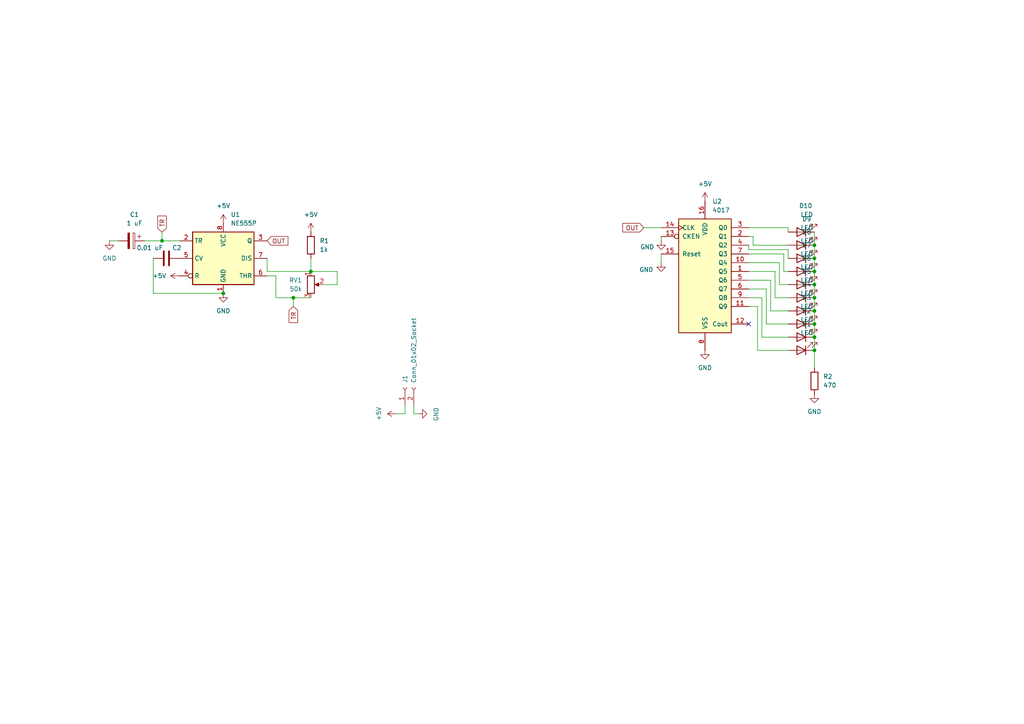
<source format=kicad_sch>
(kicad_sch
	(version 20250114)
	(generator "eeschema")
	(generator_version "9.0")
	(uuid "45218986-3c8d-4067-9e7d-38b628c51229")
	(paper "A4")
	(lib_symbols
		(symbol "4xxx:4017"
			(pin_names
				(offset 1.016)
			)
			(exclude_from_sim no)
			(in_bom yes)
			(on_board yes)
			(property "Reference" "U"
				(at -7.62 16.51 0)
				(effects
					(font
						(size 1.27 1.27)
					)
				)
			)
			(property "Value" "4017"
				(at -7.62 -19.05 0)
				(effects
					(font
						(size 1.27 1.27)
					)
				)
			)
			(property "Footprint" ""
				(at 0 0 0)
				(effects
					(font
						(size 1.27 1.27)
					)
					(hide yes)
				)
			)
			(property "Datasheet" "http://www.intersil.com/content/dam/Intersil/documents/cd40/cd4017bms-22bms.pdf"
				(at 0 0 0)
				(effects
					(font
						(size 1.27 1.27)
					)
					(hide yes)
				)
			)
			(property "Description" "Johnson Counter ( 10 outputs )"
				(at 0 0 0)
				(effects
					(font
						(size 1.27 1.27)
					)
					(hide yes)
				)
			)
			(property "ki_locked" ""
				(at 0 0 0)
				(effects
					(font
						(size 1.27 1.27)
					)
				)
			)
			(property "ki_keywords" "CNT CNT10"
				(at 0 0 0)
				(effects
					(font
						(size 1.27 1.27)
					)
					(hide yes)
				)
			)
			(property "ki_fp_filters" "DIP?16*"
				(at 0 0 0)
				(effects
					(font
						(size 1.27 1.27)
					)
					(hide yes)
				)
			)
			(symbol "4017_1_0"
				(pin input clock
					(at -12.7 12.7 0)
					(length 5.08)
					(name "CLK"
						(effects
							(font
								(size 1.27 1.27)
							)
						)
					)
					(number "14"
						(effects
							(font
								(size 1.27 1.27)
							)
						)
					)
				)
				(pin input inverted
					(at -12.7 10.16 0)
					(length 5.08)
					(name "CKEN"
						(effects
							(font
								(size 1.27 1.27)
							)
						)
					)
					(number "13"
						(effects
							(font
								(size 1.27 1.27)
							)
						)
					)
				)
				(pin input line
					(at -12.7 5.08 0)
					(length 5.08)
					(name "Reset"
						(effects
							(font
								(size 1.27 1.27)
							)
						)
					)
					(number "15"
						(effects
							(font
								(size 1.27 1.27)
							)
						)
					)
				)
				(pin power_in line
					(at 0 20.32 270)
					(length 5.08)
					(name "VDD"
						(effects
							(font
								(size 1.27 1.27)
							)
						)
					)
					(number "16"
						(effects
							(font
								(size 1.27 1.27)
							)
						)
					)
				)
				(pin power_in line
					(at 0 -22.86 90)
					(length 5.08)
					(name "VSS"
						(effects
							(font
								(size 1.27 1.27)
							)
						)
					)
					(number "8"
						(effects
							(font
								(size 1.27 1.27)
							)
						)
					)
				)
				(pin output line
					(at 12.7 12.7 180)
					(length 5.08)
					(name "Q0"
						(effects
							(font
								(size 1.27 1.27)
							)
						)
					)
					(number "3"
						(effects
							(font
								(size 1.27 1.27)
							)
						)
					)
				)
				(pin output line
					(at 12.7 10.16 180)
					(length 5.08)
					(name "Q1"
						(effects
							(font
								(size 1.27 1.27)
							)
						)
					)
					(number "2"
						(effects
							(font
								(size 1.27 1.27)
							)
						)
					)
				)
				(pin output line
					(at 12.7 7.62 180)
					(length 5.08)
					(name "Q2"
						(effects
							(font
								(size 1.27 1.27)
							)
						)
					)
					(number "4"
						(effects
							(font
								(size 1.27 1.27)
							)
						)
					)
				)
				(pin output line
					(at 12.7 5.08 180)
					(length 5.08)
					(name "Q3"
						(effects
							(font
								(size 1.27 1.27)
							)
						)
					)
					(number "7"
						(effects
							(font
								(size 1.27 1.27)
							)
						)
					)
				)
				(pin output line
					(at 12.7 2.54 180)
					(length 5.08)
					(name "Q4"
						(effects
							(font
								(size 1.27 1.27)
							)
						)
					)
					(number "10"
						(effects
							(font
								(size 1.27 1.27)
							)
						)
					)
				)
				(pin output line
					(at 12.7 0 180)
					(length 5.08)
					(name "Q5"
						(effects
							(font
								(size 1.27 1.27)
							)
						)
					)
					(number "1"
						(effects
							(font
								(size 1.27 1.27)
							)
						)
					)
				)
				(pin output line
					(at 12.7 -2.54 180)
					(length 5.08)
					(name "Q6"
						(effects
							(font
								(size 1.27 1.27)
							)
						)
					)
					(number "5"
						(effects
							(font
								(size 1.27 1.27)
							)
						)
					)
				)
				(pin output line
					(at 12.7 -5.08 180)
					(length 5.08)
					(name "Q7"
						(effects
							(font
								(size 1.27 1.27)
							)
						)
					)
					(number "6"
						(effects
							(font
								(size 1.27 1.27)
							)
						)
					)
				)
				(pin output line
					(at 12.7 -7.62 180)
					(length 5.08)
					(name "Q8"
						(effects
							(font
								(size 1.27 1.27)
							)
						)
					)
					(number "9"
						(effects
							(font
								(size 1.27 1.27)
							)
						)
					)
				)
				(pin output line
					(at 12.7 -10.16 180)
					(length 5.08)
					(name "Q9"
						(effects
							(font
								(size 1.27 1.27)
							)
						)
					)
					(number "11"
						(effects
							(font
								(size 1.27 1.27)
							)
						)
					)
				)
				(pin output line
					(at 12.7 -15.24 180)
					(length 5.08)
					(name "Cout"
						(effects
							(font
								(size 1.27 1.27)
							)
						)
					)
					(number "12"
						(effects
							(font
								(size 1.27 1.27)
							)
						)
					)
				)
			)
			(symbol "4017_1_1"
				(rectangle
					(start -7.62 15.24)
					(end 7.62 -17.78)
					(stroke
						(width 0.254)
						(type default)
					)
					(fill
						(type background)
					)
				)
			)
			(embedded_fonts no)
		)
		(symbol "Connector:Conn_01x02_Socket"
			(pin_names
				(offset 1.016)
				(hide yes)
			)
			(exclude_from_sim no)
			(in_bom yes)
			(on_board yes)
			(property "Reference" "J"
				(at 0 2.54 0)
				(effects
					(font
						(size 1.27 1.27)
					)
				)
			)
			(property "Value" "Conn_01x02_Socket"
				(at 0 -5.08 0)
				(effects
					(font
						(size 1.27 1.27)
					)
				)
			)
			(property "Footprint" ""
				(at 0 0 0)
				(effects
					(font
						(size 1.27 1.27)
					)
					(hide yes)
				)
			)
			(property "Datasheet" "~"
				(at 0 0 0)
				(effects
					(font
						(size 1.27 1.27)
					)
					(hide yes)
				)
			)
			(property "Description" "Generic connector, single row, 01x02, script generated"
				(at 0 0 0)
				(effects
					(font
						(size 1.27 1.27)
					)
					(hide yes)
				)
			)
			(property "ki_locked" ""
				(at 0 0 0)
				(effects
					(font
						(size 1.27 1.27)
					)
				)
			)
			(property "ki_keywords" "connector"
				(at 0 0 0)
				(effects
					(font
						(size 1.27 1.27)
					)
					(hide yes)
				)
			)
			(property "ki_fp_filters" "Connector*:*_1x??_*"
				(at 0 0 0)
				(effects
					(font
						(size 1.27 1.27)
					)
					(hide yes)
				)
			)
			(symbol "Conn_01x02_Socket_1_1"
				(polyline
					(pts
						(xy -1.27 0) (xy -0.508 0)
					)
					(stroke
						(width 0.1524)
						(type default)
					)
					(fill
						(type none)
					)
				)
				(polyline
					(pts
						(xy -1.27 -2.54) (xy -0.508 -2.54)
					)
					(stroke
						(width 0.1524)
						(type default)
					)
					(fill
						(type none)
					)
				)
				(arc
					(start 0 -0.508)
					(mid -0.5058 0)
					(end 0 0.508)
					(stroke
						(width 0.1524)
						(type default)
					)
					(fill
						(type none)
					)
				)
				(arc
					(start 0 -3.048)
					(mid -0.5058 -2.54)
					(end 0 -2.032)
					(stroke
						(width 0.1524)
						(type default)
					)
					(fill
						(type none)
					)
				)
				(pin passive line
					(at -5.08 0 0)
					(length 3.81)
					(name "Pin_1"
						(effects
							(font
								(size 1.27 1.27)
							)
						)
					)
					(number "1"
						(effects
							(font
								(size 1.27 1.27)
							)
						)
					)
				)
				(pin passive line
					(at -5.08 -2.54 0)
					(length 3.81)
					(name "Pin_2"
						(effects
							(font
								(size 1.27 1.27)
							)
						)
					)
					(number "2"
						(effects
							(font
								(size 1.27 1.27)
							)
						)
					)
				)
			)
			(embedded_fonts no)
		)
		(symbol "Device:C"
			(pin_numbers
				(hide yes)
			)
			(pin_names
				(offset 0.254)
			)
			(exclude_from_sim no)
			(in_bom yes)
			(on_board yes)
			(property "Reference" "C"
				(at 0.635 2.54 0)
				(effects
					(font
						(size 1.27 1.27)
					)
					(justify left)
				)
			)
			(property "Value" "C"
				(at 0.635 -2.54 0)
				(effects
					(font
						(size 1.27 1.27)
					)
					(justify left)
				)
			)
			(property "Footprint" ""
				(at 0.9652 -3.81 0)
				(effects
					(font
						(size 1.27 1.27)
					)
					(hide yes)
				)
			)
			(property "Datasheet" "~"
				(at 0 0 0)
				(effects
					(font
						(size 1.27 1.27)
					)
					(hide yes)
				)
			)
			(property "Description" "Unpolarized capacitor"
				(at 0 0 0)
				(effects
					(font
						(size 1.27 1.27)
					)
					(hide yes)
				)
			)
			(property "ki_keywords" "cap capacitor"
				(at 0 0 0)
				(effects
					(font
						(size 1.27 1.27)
					)
					(hide yes)
				)
			)
			(property "ki_fp_filters" "C_*"
				(at 0 0 0)
				(effects
					(font
						(size 1.27 1.27)
					)
					(hide yes)
				)
			)
			(symbol "C_0_1"
				(polyline
					(pts
						(xy -2.032 0.762) (xy 2.032 0.762)
					)
					(stroke
						(width 0.508)
						(type default)
					)
					(fill
						(type none)
					)
				)
				(polyline
					(pts
						(xy -2.032 -0.762) (xy 2.032 -0.762)
					)
					(stroke
						(width 0.508)
						(type default)
					)
					(fill
						(type none)
					)
				)
			)
			(symbol "C_1_1"
				(pin passive line
					(at 0 3.81 270)
					(length 2.794)
					(name "~"
						(effects
							(font
								(size 1.27 1.27)
							)
						)
					)
					(number "1"
						(effects
							(font
								(size 1.27 1.27)
							)
						)
					)
				)
				(pin passive line
					(at 0 -3.81 90)
					(length 2.794)
					(name "~"
						(effects
							(font
								(size 1.27 1.27)
							)
						)
					)
					(number "2"
						(effects
							(font
								(size 1.27 1.27)
							)
						)
					)
				)
			)
			(embedded_fonts no)
		)
		(symbol "Device:C_Polarized"
			(pin_numbers
				(hide yes)
			)
			(pin_names
				(offset 0.254)
			)
			(exclude_from_sim no)
			(in_bom yes)
			(on_board yes)
			(property "Reference" "C"
				(at 0.635 2.54 0)
				(effects
					(font
						(size 1.27 1.27)
					)
					(justify left)
				)
			)
			(property "Value" "C_Polarized"
				(at 0.635 -2.54 0)
				(effects
					(font
						(size 1.27 1.27)
					)
					(justify left)
				)
			)
			(property "Footprint" ""
				(at 0.9652 -3.81 0)
				(effects
					(font
						(size 1.27 1.27)
					)
					(hide yes)
				)
			)
			(property "Datasheet" "~"
				(at 0 0 0)
				(effects
					(font
						(size 1.27 1.27)
					)
					(hide yes)
				)
			)
			(property "Description" "Polarized capacitor"
				(at 0 0 0)
				(effects
					(font
						(size 1.27 1.27)
					)
					(hide yes)
				)
			)
			(property "ki_keywords" "cap capacitor"
				(at 0 0 0)
				(effects
					(font
						(size 1.27 1.27)
					)
					(hide yes)
				)
			)
			(property "ki_fp_filters" "CP_*"
				(at 0 0 0)
				(effects
					(font
						(size 1.27 1.27)
					)
					(hide yes)
				)
			)
			(symbol "C_Polarized_0_1"
				(rectangle
					(start -2.286 0.508)
					(end 2.286 1.016)
					(stroke
						(width 0)
						(type default)
					)
					(fill
						(type none)
					)
				)
				(polyline
					(pts
						(xy -1.778 2.286) (xy -0.762 2.286)
					)
					(stroke
						(width 0)
						(type default)
					)
					(fill
						(type none)
					)
				)
				(polyline
					(pts
						(xy -1.27 2.794) (xy -1.27 1.778)
					)
					(stroke
						(width 0)
						(type default)
					)
					(fill
						(type none)
					)
				)
				(rectangle
					(start 2.286 -0.508)
					(end -2.286 -1.016)
					(stroke
						(width 0)
						(type default)
					)
					(fill
						(type outline)
					)
				)
			)
			(symbol "C_Polarized_1_1"
				(pin passive line
					(at 0 3.81 270)
					(length 2.794)
					(name "~"
						(effects
							(font
								(size 1.27 1.27)
							)
						)
					)
					(number "1"
						(effects
							(font
								(size 1.27 1.27)
							)
						)
					)
				)
				(pin passive line
					(at 0 -3.81 90)
					(length 2.794)
					(name "~"
						(effects
							(font
								(size 1.27 1.27)
							)
						)
					)
					(number "2"
						(effects
							(font
								(size 1.27 1.27)
							)
						)
					)
				)
			)
			(embedded_fonts no)
		)
		(symbol "Device:LED"
			(pin_numbers
				(hide yes)
			)
			(pin_names
				(offset 1.016)
				(hide yes)
			)
			(exclude_from_sim no)
			(in_bom yes)
			(on_board yes)
			(property "Reference" "D"
				(at 0 2.54 0)
				(effects
					(font
						(size 1.27 1.27)
					)
				)
			)
			(property "Value" "LED"
				(at 0 -2.54 0)
				(effects
					(font
						(size 1.27 1.27)
					)
				)
			)
			(property "Footprint" ""
				(at 0 0 0)
				(effects
					(font
						(size 1.27 1.27)
					)
					(hide yes)
				)
			)
			(property "Datasheet" "~"
				(at 0 0 0)
				(effects
					(font
						(size 1.27 1.27)
					)
					(hide yes)
				)
			)
			(property "Description" "Light emitting diode"
				(at 0 0 0)
				(effects
					(font
						(size 1.27 1.27)
					)
					(hide yes)
				)
			)
			(property "Sim.Pins" "1=K 2=A"
				(at 0 0 0)
				(effects
					(font
						(size 1.27 1.27)
					)
					(hide yes)
				)
			)
			(property "ki_keywords" "LED diode"
				(at 0 0 0)
				(effects
					(font
						(size 1.27 1.27)
					)
					(hide yes)
				)
			)
			(property "ki_fp_filters" "LED* LED_SMD:* LED_THT:*"
				(at 0 0 0)
				(effects
					(font
						(size 1.27 1.27)
					)
					(hide yes)
				)
			)
			(symbol "LED_0_1"
				(polyline
					(pts
						(xy -3.048 -0.762) (xy -4.572 -2.286) (xy -3.81 -2.286) (xy -4.572 -2.286) (xy -4.572 -1.524)
					)
					(stroke
						(width 0)
						(type default)
					)
					(fill
						(type none)
					)
				)
				(polyline
					(pts
						(xy -1.778 -0.762) (xy -3.302 -2.286) (xy -2.54 -2.286) (xy -3.302 -2.286) (xy -3.302 -1.524)
					)
					(stroke
						(width 0)
						(type default)
					)
					(fill
						(type none)
					)
				)
				(polyline
					(pts
						(xy -1.27 0) (xy 1.27 0)
					)
					(stroke
						(width 0)
						(type default)
					)
					(fill
						(type none)
					)
				)
				(polyline
					(pts
						(xy -1.27 -1.27) (xy -1.27 1.27)
					)
					(stroke
						(width 0.254)
						(type default)
					)
					(fill
						(type none)
					)
				)
				(polyline
					(pts
						(xy 1.27 -1.27) (xy 1.27 1.27) (xy -1.27 0) (xy 1.27 -1.27)
					)
					(stroke
						(width 0.254)
						(type default)
					)
					(fill
						(type none)
					)
				)
			)
			(symbol "LED_1_1"
				(pin passive line
					(at -3.81 0 0)
					(length 2.54)
					(name "K"
						(effects
							(font
								(size 1.27 1.27)
							)
						)
					)
					(number "1"
						(effects
							(font
								(size 1.27 1.27)
							)
						)
					)
				)
				(pin passive line
					(at 3.81 0 180)
					(length 2.54)
					(name "A"
						(effects
							(font
								(size 1.27 1.27)
							)
						)
					)
					(number "2"
						(effects
							(font
								(size 1.27 1.27)
							)
						)
					)
				)
			)
			(embedded_fonts no)
		)
		(symbol "Device:R"
			(pin_numbers
				(hide yes)
			)
			(pin_names
				(offset 0)
			)
			(exclude_from_sim no)
			(in_bom yes)
			(on_board yes)
			(property "Reference" "R"
				(at 2.032 0 90)
				(effects
					(font
						(size 1.27 1.27)
					)
				)
			)
			(property "Value" "R"
				(at 0 0 90)
				(effects
					(font
						(size 1.27 1.27)
					)
				)
			)
			(property "Footprint" ""
				(at -1.778 0 90)
				(effects
					(font
						(size 1.27 1.27)
					)
					(hide yes)
				)
			)
			(property "Datasheet" "~"
				(at 0 0 0)
				(effects
					(font
						(size 1.27 1.27)
					)
					(hide yes)
				)
			)
			(property "Description" "Resistor"
				(at 0 0 0)
				(effects
					(font
						(size 1.27 1.27)
					)
					(hide yes)
				)
			)
			(property "ki_keywords" "R res resistor"
				(at 0 0 0)
				(effects
					(font
						(size 1.27 1.27)
					)
					(hide yes)
				)
			)
			(property "ki_fp_filters" "R_*"
				(at 0 0 0)
				(effects
					(font
						(size 1.27 1.27)
					)
					(hide yes)
				)
			)
			(symbol "R_0_1"
				(rectangle
					(start -1.016 -2.54)
					(end 1.016 2.54)
					(stroke
						(width 0.254)
						(type default)
					)
					(fill
						(type none)
					)
				)
			)
			(symbol "R_1_1"
				(pin passive line
					(at 0 3.81 270)
					(length 1.27)
					(name "~"
						(effects
							(font
								(size 1.27 1.27)
							)
						)
					)
					(number "1"
						(effects
							(font
								(size 1.27 1.27)
							)
						)
					)
				)
				(pin passive line
					(at 0 -3.81 90)
					(length 1.27)
					(name "~"
						(effects
							(font
								(size 1.27 1.27)
							)
						)
					)
					(number "2"
						(effects
							(font
								(size 1.27 1.27)
							)
						)
					)
				)
			)
			(embedded_fonts no)
		)
		(symbol "Device:R_Potentiometer"
			(pin_names
				(offset 1.016)
				(hide yes)
			)
			(exclude_from_sim no)
			(in_bom yes)
			(on_board yes)
			(property "Reference" "RV"
				(at -4.445 0 90)
				(effects
					(font
						(size 1.27 1.27)
					)
				)
			)
			(property "Value" "R_Potentiometer"
				(at -2.54 0 90)
				(effects
					(font
						(size 1.27 1.27)
					)
				)
			)
			(property "Footprint" ""
				(at 0 0 0)
				(effects
					(font
						(size 1.27 1.27)
					)
					(hide yes)
				)
			)
			(property "Datasheet" "~"
				(at 0 0 0)
				(effects
					(font
						(size 1.27 1.27)
					)
					(hide yes)
				)
			)
			(property "Description" "Potentiometer"
				(at 0 0 0)
				(effects
					(font
						(size 1.27 1.27)
					)
					(hide yes)
				)
			)
			(property "ki_keywords" "resistor variable"
				(at 0 0 0)
				(effects
					(font
						(size 1.27 1.27)
					)
					(hide yes)
				)
			)
			(property "ki_fp_filters" "Potentiometer*"
				(at 0 0 0)
				(effects
					(font
						(size 1.27 1.27)
					)
					(hide yes)
				)
			)
			(symbol "R_Potentiometer_0_1"
				(rectangle
					(start 1.016 2.54)
					(end -1.016 -2.54)
					(stroke
						(width 0.254)
						(type default)
					)
					(fill
						(type none)
					)
				)
				(polyline
					(pts
						(xy 1.143 0) (xy 2.286 0.508) (xy 2.286 -0.508) (xy 1.143 0)
					)
					(stroke
						(width 0)
						(type default)
					)
					(fill
						(type outline)
					)
				)
				(polyline
					(pts
						(xy 2.54 0) (xy 1.524 0)
					)
					(stroke
						(width 0)
						(type default)
					)
					(fill
						(type none)
					)
				)
			)
			(symbol "R_Potentiometer_1_1"
				(pin passive line
					(at 0 3.81 270)
					(length 1.27)
					(name "1"
						(effects
							(font
								(size 1.27 1.27)
							)
						)
					)
					(number "1"
						(effects
							(font
								(size 1.27 1.27)
							)
						)
					)
				)
				(pin passive line
					(at 0 -3.81 90)
					(length 1.27)
					(name "3"
						(effects
							(font
								(size 1.27 1.27)
							)
						)
					)
					(number "3"
						(effects
							(font
								(size 1.27 1.27)
							)
						)
					)
				)
				(pin passive line
					(at 3.81 0 180)
					(length 1.27)
					(name "2"
						(effects
							(font
								(size 1.27 1.27)
							)
						)
					)
					(number "2"
						(effects
							(font
								(size 1.27 1.27)
							)
						)
					)
				)
			)
			(embedded_fonts no)
		)
		(symbol "Timer:NE555P"
			(exclude_from_sim no)
			(in_bom yes)
			(on_board yes)
			(property "Reference" "U"
				(at -10.16 8.89 0)
				(effects
					(font
						(size 1.27 1.27)
					)
					(justify left)
				)
			)
			(property "Value" "NE555P"
				(at 2.54 8.89 0)
				(effects
					(font
						(size 1.27 1.27)
					)
					(justify left)
				)
			)
			(property "Footprint" "Package_DIP:DIP-8_W7.62mm"
				(at 16.51 -10.16 0)
				(effects
					(font
						(size 1.27 1.27)
					)
					(hide yes)
				)
			)
			(property "Datasheet" "http://www.ti.com/lit/ds/symlink/ne555.pdf"
				(at 21.59 -10.16 0)
				(effects
					(font
						(size 1.27 1.27)
					)
					(hide yes)
				)
			)
			(property "Description" "Precision Timers, 555 compatible,  PDIP-8"
				(at 0 0 0)
				(effects
					(font
						(size 1.27 1.27)
					)
					(hide yes)
				)
			)
			(property "ki_keywords" "single timer 555"
				(at 0 0 0)
				(effects
					(font
						(size 1.27 1.27)
					)
					(hide yes)
				)
			)
			(property "ki_fp_filters" "DIP*W7.62mm*"
				(at 0 0 0)
				(effects
					(font
						(size 1.27 1.27)
					)
					(hide yes)
				)
			)
			(symbol "NE555P_0_0"
				(pin power_in line
					(at 0 10.16 270)
					(length 2.54)
					(name "VCC"
						(effects
							(font
								(size 1.27 1.27)
							)
						)
					)
					(number "8"
						(effects
							(font
								(size 1.27 1.27)
							)
						)
					)
				)
				(pin power_in line
					(at 0 -10.16 90)
					(length 2.54)
					(name "GND"
						(effects
							(font
								(size 1.27 1.27)
							)
						)
					)
					(number "1"
						(effects
							(font
								(size 1.27 1.27)
							)
						)
					)
				)
			)
			(symbol "NE555P_0_1"
				(rectangle
					(start -8.89 -7.62)
					(end 8.89 7.62)
					(stroke
						(width 0.254)
						(type default)
					)
					(fill
						(type background)
					)
				)
				(rectangle
					(start -8.89 -7.62)
					(end 8.89 7.62)
					(stroke
						(width 0.254)
						(type default)
					)
					(fill
						(type background)
					)
				)
			)
			(symbol "NE555P_1_1"
				(pin input line
					(at -12.7 5.08 0)
					(length 3.81)
					(name "TR"
						(effects
							(font
								(size 1.27 1.27)
							)
						)
					)
					(number "2"
						(effects
							(font
								(size 1.27 1.27)
							)
						)
					)
				)
				(pin input line
					(at -12.7 0 0)
					(length 3.81)
					(name "CV"
						(effects
							(font
								(size 1.27 1.27)
							)
						)
					)
					(number "5"
						(effects
							(font
								(size 1.27 1.27)
							)
						)
					)
				)
				(pin input inverted
					(at -12.7 -5.08 0)
					(length 3.81)
					(name "R"
						(effects
							(font
								(size 1.27 1.27)
							)
						)
					)
					(number "4"
						(effects
							(font
								(size 1.27 1.27)
							)
						)
					)
				)
				(pin output line
					(at 12.7 5.08 180)
					(length 3.81)
					(name "Q"
						(effects
							(font
								(size 1.27 1.27)
							)
						)
					)
					(number "3"
						(effects
							(font
								(size 1.27 1.27)
							)
						)
					)
				)
				(pin input line
					(at 12.7 0 180)
					(length 3.81)
					(name "DIS"
						(effects
							(font
								(size 1.27 1.27)
							)
						)
					)
					(number "7"
						(effects
							(font
								(size 1.27 1.27)
							)
						)
					)
				)
				(pin input line
					(at 12.7 -5.08 180)
					(length 3.81)
					(name "THR"
						(effects
							(font
								(size 1.27 1.27)
							)
						)
					)
					(number "6"
						(effects
							(font
								(size 1.27 1.27)
							)
						)
					)
				)
			)
			(embedded_fonts no)
		)
		(symbol "power:+5V"
			(power)
			(pin_numbers
				(hide yes)
			)
			(pin_names
				(offset 0)
				(hide yes)
			)
			(exclude_from_sim no)
			(in_bom yes)
			(on_board yes)
			(property "Reference" "#PWR"
				(at 0 -3.81 0)
				(effects
					(font
						(size 1.27 1.27)
					)
					(hide yes)
				)
			)
			(property "Value" "+5V"
				(at 0 3.556 0)
				(effects
					(font
						(size 1.27 1.27)
					)
				)
			)
			(property "Footprint" ""
				(at 0 0 0)
				(effects
					(font
						(size 1.27 1.27)
					)
					(hide yes)
				)
			)
			(property "Datasheet" ""
				(at 0 0 0)
				(effects
					(font
						(size 1.27 1.27)
					)
					(hide yes)
				)
			)
			(property "Description" "Power symbol creates a global label with name \"+5V\""
				(at 0 0 0)
				(effects
					(font
						(size 1.27 1.27)
					)
					(hide yes)
				)
			)
			(property "ki_keywords" "global power"
				(at 0 0 0)
				(effects
					(font
						(size 1.27 1.27)
					)
					(hide yes)
				)
			)
			(symbol "+5V_0_1"
				(polyline
					(pts
						(xy -0.762 1.27) (xy 0 2.54)
					)
					(stroke
						(width 0)
						(type default)
					)
					(fill
						(type none)
					)
				)
				(polyline
					(pts
						(xy 0 2.54) (xy 0.762 1.27)
					)
					(stroke
						(width 0)
						(type default)
					)
					(fill
						(type none)
					)
				)
				(polyline
					(pts
						(xy 0 0) (xy 0 2.54)
					)
					(stroke
						(width 0)
						(type default)
					)
					(fill
						(type none)
					)
				)
			)
			(symbol "+5V_1_1"
				(pin power_in line
					(at 0 0 90)
					(length 0)
					(name "~"
						(effects
							(font
								(size 1.27 1.27)
							)
						)
					)
					(number "1"
						(effects
							(font
								(size 1.27 1.27)
							)
						)
					)
				)
			)
			(embedded_fonts no)
		)
		(symbol "power:GND"
			(power)
			(pin_numbers
				(hide yes)
			)
			(pin_names
				(offset 0)
				(hide yes)
			)
			(exclude_from_sim no)
			(in_bom yes)
			(on_board yes)
			(property "Reference" "#PWR"
				(at 0 -6.35 0)
				(effects
					(font
						(size 1.27 1.27)
					)
					(hide yes)
				)
			)
			(property "Value" "GND"
				(at 0 -3.81 0)
				(effects
					(font
						(size 1.27 1.27)
					)
				)
			)
			(property "Footprint" ""
				(at 0 0 0)
				(effects
					(font
						(size 1.27 1.27)
					)
					(hide yes)
				)
			)
			(property "Datasheet" ""
				(at 0 0 0)
				(effects
					(font
						(size 1.27 1.27)
					)
					(hide yes)
				)
			)
			(property "Description" "Power symbol creates a global label with name \"GND\" , ground"
				(at 0 0 0)
				(effects
					(font
						(size 1.27 1.27)
					)
					(hide yes)
				)
			)
			(property "ki_keywords" "global power"
				(at 0 0 0)
				(effects
					(font
						(size 1.27 1.27)
					)
					(hide yes)
				)
			)
			(symbol "GND_0_1"
				(polyline
					(pts
						(xy 0 0) (xy 0 -1.27) (xy 1.27 -1.27) (xy 0 -2.54) (xy -1.27 -1.27) (xy 0 -1.27)
					)
					(stroke
						(width 0)
						(type default)
					)
					(fill
						(type none)
					)
				)
			)
			(symbol "GND_1_1"
				(pin power_in line
					(at 0 0 270)
					(length 0)
					(name "~"
						(effects
							(font
								(size 1.27 1.27)
							)
						)
					)
					(number "1"
						(effects
							(font
								(size 1.27 1.27)
							)
						)
					)
				)
			)
			(embedded_fonts no)
		)
	)
	(junction
		(at 236.22 71.12)
		(diameter 0)
		(color 0 0 0 0)
		(uuid "2d306aea-e6d5-4cd0-bcd7-f76f90597830")
	)
	(junction
		(at 64.77 85.09)
		(diameter 0)
		(color 0 0 0 0)
		(uuid "3173193f-76a1-4e0f-80f4-dcc5c6781343")
	)
	(junction
		(at 236.22 101.6)
		(diameter 0)
		(color 0 0 0 0)
		(uuid "34325eef-7680-4012-8947-9197dae48782")
	)
	(junction
		(at 236.22 93.98)
		(diameter 0)
		(color 0 0 0 0)
		(uuid "636611cf-fe40-4e57-b967-cb0e765d513a")
	)
	(junction
		(at 236.22 82.55)
		(diameter 0)
		(color 0 0 0 0)
		(uuid "69b12282-ee97-46ae-91ac-daaa99daa3be")
	)
	(junction
		(at 236.22 97.79)
		(diameter 0)
		(color 0 0 0 0)
		(uuid "9245b366-6a58-4035-9ff8-5a96b861bd2f")
	)
	(junction
		(at 90.17 78.74)
		(diameter 0)
		(color 0 0 0 0)
		(uuid "94fd1995-0bd1-4c5b-8e6c-5bded7e8e46f")
	)
	(junction
		(at 236.22 86.36)
		(diameter 0)
		(color 0 0 0 0)
		(uuid "a648d0c8-6f3e-417c-a37c-6d674723cb3a")
	)
	(junction
		(at 236.22 74.93)
		(diameter 0)
		(color 0 0 0 0)
		(uuid "b4ae46ca-cf22-4f6a-9195-364f3cb0ff86")
	)
	(junction
		(at 85.09 86.36)
		(diameter 0)
		(color 0 0 0 0)
		(uuid "bcb687a6-1d80-4d39-ba2f-83752b5fe65e")
	)
	(junction
		(at 46.99 69.85)
		(diameter 0)
		(color 0 0 0 0)
		(uuid "daf221be-99a7-41b4-a8a6-3e94eaa6f7c1")
	)
	(junction
		(at 236.22 90.17)
		(diameter 0)
		(color 0 0 0 0)
		(uuid "f145d461-3011-4eda-abbe-313ba75d9b12")
	)
	(junction
		(at 236.22 78.74)
		(diameter 0)
		(color 0 0 0 0)
		(uuid "fb7eb709-0c7e-403a-8f48-df5d583609d1")
	)
	(no_connect
		(at 217.17 93.98)
		(uuid "0fe0eec8-8d3e-4b03-8457-bc6cb4dca2a4")
	)
	(wire
		(pts
			(xy 226.06 76.2) (xy 226.06 82.55)
		)
		(stroke
			(width 0)
			(type default)
		)
		(uuid "02404556-7446-4dbc-83ee-f3b5680a27f3")
	)
	(wire
		(pts
			(xy 44.45 74.93) (xy 44.45 85.09)
		)
		(stroke
			(width 0)
			(type default)
		)
		(uuid "0a7ccf3e-5283-450c-8915-6e122cf47009")
	)
	(wire
		(pts
			(xy 191.77 68.58) (xy 191.77 69.85)
		)
		(stroke
			(width 0)
			(type default)
		)
		(uuid "0c270197-53db-446f-965a-ebf8525f49dc")
	)
	(wire
		(pts
			(xy 236.22 97.79) (xy 236.22 101.6)
		)
		(stroke
			(width 0)
			(type default)
		)
		(uuid "0ce1f2c2-acc1-434d-aa47-cb98af4608c9")
	)
	(wire
		(pts
			(xy 90.17 74.93) (xy 90.17 78.74)
		)
		(stroke
			(width 0)
			(type default)
		)
		(uuid "0dd3a63d-fccf-4630-968e-d1b33ca43758")
	)
	(wire
		(pts
			(xy 223.52 90.17) (xy 228.6 90.17)
		)
		(stroke
			(width 0)
			(type default)
		)
		(uuid "1084e6af-7e39-4548-a6f3-93d671f732e2")
	)
	(wire
		(pts
			(xy 117.475 117.475) (xy 117.475 120.015)
		)
		(stroke
			(width 0)
			(type default)
		)
		(uuid "109f41bc-deb8-4d7c-a560-a10650462d68")
	)
	(wire
		(pts
			(xy 222.25 93.98) (xy 228.6 93.98)
		)
		(stroke
			(width 0)
			(type default)
		)
		(uuid "269f8883-ac0a-428c-870d-6f3614f913a4")
	)
	(wire
		(pts
			(xy 77.47 78.74) (xy 90.17 78.74)
		)
		(stroke
			(width 0)
			(type default)
		)
		(uuid "26f64e54-77bd-41be-996a-883e320897e0")
	)
	(wire
		(pts
			(xy 186.69 66.04) (xy 191.77 66.04)
		)
		(stroke
			(width 0)
			(type default)
		)
		(uuid "273816f3-d186-4536-880c-95052419d772")
	)
	(wire
		(pts
			(xy 228.6 74.93) (xy 228.6 72.39)
		)
		(stroke
			(width 0)
			(type default)
		)
		(uuid "28b268ea-5998-4c7a-adca-d3c03c504abb")
	)
	(wire
		(pts
			(xy 226.06 82.55) (xy 228.6 82.55)
		)
		(stroke
			(width 0)
			(type default)
		)
		(uuid "318cd5a0-8261-4bf7-9f5c-8b3ceac40e49")
	)
	(wire
		(pts
			(xy 217.17 86.36) (xy 220.98 86.36)
		)
		(stroke
			(width 0)
			(type default)
		)
		(uuid "324e6df1-0649-44fa-85be-c2e17ea2ba6f")
	)
	(wire
		(pts
			(xy 236.22 93.98) (xy 236.22 97.79)
		)
		(stroke
			(width 0)
			(type default)
		)
		(uuid "34f87efc-3690-4f24-9599-a7dbe3f0d231")
	)
	(wire
		(pts
			(xy 224.79 78.74) (xy 224.79 86.36)
		)
		(stroke
			(width 0)
			(type default)
		)
		(uuid "3a195854-097c-49ee-a38d-e934eafadbe3")
	)
	(wire
		(pts
			(xy 46.99 69.85) (xy 52.07 69.85)
		)
		(stroke
			(width 0)
			(type default)
		)
		(uuid "3e53de3b-12da-4096-a6cf-65809145367d")
	)
	(wire
		(pts
			(xy 120.015 120.015) (xy 121.285 120.015)
		)
		(stroke
			(width 0)
			(type default)
		)
		(uuid "3fe8f841-8054-4869-be1d-3a5585b30462")
	)
	(wire
		(pts
			(xy 46.99 67.31) (xy 46.99 69.85)
		)
		(stroke
			(width 0)
			(type default)
		)
		(uuid "427ef012-2b7d-40c7-b7c5-5bcf2b09d88b")
	)
	(wire
		(pts
			(xy 31.75 69.85) (xy 34.29 69.85)
		)
		(stroke
			(width 0)
			(type default)
		)
		(uuid "444438a2-ce08-4e90-bb09-6633178fe66b")
	)
	(wire
		(pts
			(xy 228.6 66.04) (xy 228.6 67.31)
		)
		(stroke
			(width 0)
			(type default)
		)
		(uuid "44aeed3c-2967-4d3d-865a-a764fbd79fb4")
	)
	(wire
		(pts
			(xy 236.22 86.36) (xy 236.22 90.17)
		)
		(stroke
			(width 0)
			(type default)
		)
		(uuid "4a4f338b-e54a-4020-8730-e4ff9c3316a0")
	)
	(wire
		(pts
			(xy 236.22 71.12) (xy 236.22 74.93)
		)
		(stroke
			(width 0)
			(type default)
		)
		(uuid "4d7834e7-30fa-415c-bc8f-c33b2778da88")
	)
	(wire
		(pts
			(xy 223.52 81.28) (xy 223.52 90.17)
		)
		(stroke
			(width 0)
			(type default)
		)
		(uuid "5190549a-796d-4847-a340-f846ed906a20")
	)
	(wire
		(pts
			(xy 77.47 80.01) (xy 80.01 80.01)
		)
		(stroke
			(width 0)
			(type default)
		)
		(uuid "577ed8e3-1bb0-4f70-969e-64779da0f075")
	)
	(wire
		(pts
			(xy 191.77 73.66) (xy 191.77 76.2)
		)
		(stroke
			(width 0)
			(type default)
		)
		(uuid "5a2a3652-9d62-49b1-aa76-7c41a216cad4")
	)
	(wire
		(pts
			(xy 85.09 86.36) (xy 90.17 86.36)
		)
		(stroke
			(width 0)
			(type default)
		)
		(uuid "5ba3eec5-b9c1-43cd-a502-8c7e9b6998d9")
	)
	(wire
		(pts
			(xy 218.44 71.12) (xy 228.6 71.12)
		)
		(stroke
			(width 0)
			(type default)
		)
		(uuid "5c2a4aae-27e8-4763-ae80-8027f9391f79")
	)
	(wire
		(pts
			(xy 219.71 88.9) (xy 219.71 101.6)
		)
		(stroke
			(width 0)
			(type default)
		)
		(uuid "61e792da-e81f-414f-b792-acb69d9e171b")
	)
	(wire
		(pts
			(xy 236.22 101.6) (xy 236.22 106.68)
		)
		(stroke
			(width 0)
			(type default)
		)
		(uuid "62cb9137-7d70-4f23-82d5-e45fd8ff2f50")
	)
	(wire
		(pts
			(xy 44.45 85.09) (xy 64.77 85.09)
		)
		(stroke
			(width 0)
			(type default)
		)
		(uuid "63ed1a62-f98b-4a40-ba7a-d0414cab8a5f")
	)
	(wire
		(pts
			(xy 236.22 78.74) (xy 236.22 82.55)
		)
		(stroke
			(width 0)
			(type default)
		)
		(uuid "649f85b3-92ef-4787-809f-147bdfd3839d")
	)
	(wire
		(pts
			(xy 120.015 117.475) (xy 120.015 120.015)
		)
		(stroke
			(width 0)
			(type default)
		)
		(uuid "6733c7fb-0ae3-4a4f-be75-eebb13a5e986")
	)
	(wire
		(pts
			(xy 224.79 86.36) (xy 228.6 86.36)
		)
		(stroke
			(width 0)
			(type default)
		)
		(uuid "702bb153-757f-467b-b949-1a4a04e167c9")
	)
	(wire
		(pts
			(xy 217.17 76.2) (xy 226.06 76.2)
		)
		(stroke
			(width 0)
			(type default)
		)
		(uuid "78832129-5753-4798-b291-dbaae5b7ffec")
	)
	(wire
		(pts
			(xy 80.01 80.01) (xy 80.01 86.36)
		)
		(stroke
			(width 0)
			(type default)
		)
		(uuid "7c5601cb-079a-4613-8c97-81147d4b595a")
	)
	(wire
		(pts
			(xy 236.22 67.31) (xy 236.22 71.12)
		)
		(stroke
			(width 0)
			(type default)
		)
		(uuid "7e9641e8-76a8-4ea7-936d-90b3b107efea")
	)
	(wire
		(pts
			(xy 220.98 97.79) (xy 228.6 97.79)
		)
		(stroke
			(width 0)
			(type default)
		)
		(uuid "7e9d31b9-6481-489b-ab4a-abce7e7afb95")
	)
	(wire
		(pts
			(xy 217.17 78.74) (xy 224.79 78.74)
		)
		(stroke
			(width 0)
			(type default)
		)
		(uuid "82184f60-9a05-45c2-b90d-09f1ae1d0e46")
	)
	(wire
		(pts
			(xy 236.22 74.93) (xy 236.22 78.74)
		)
		(stroke
			(width 0)
			(type default)
		)
		(uuid "8582e76c-fa04-49f1-b692-80b5d1502076")
	)
	(wire
		(pts
			(xy 217.17 81.28) (xy 223.52 81.28)
		)
		(stroke
			(width 0)
			(type default)
		)
		(uuid "8c1a5b3f-cca7-437d-9d5c-56168e84b227")
	)
	(wire
		(pts
			(xy 236.22 90.17) (xy 236.22 93.98)
		)
		(stroke
			(width 0)
			(type default)
		)
		(uuid "90d016ce-bfd0-428d-a9e6-a79fb920db12")
	)
	(wire
		(pts
			(xy 217.17 68.58) (xy 218.44 68.58)
		)
		(stroke
			(width 0)
			(type default)
		)
		(uuid "92d5bf39-fe18-41ca-a2be-b9d5cef92c1a")
	)
	(wire
		(pts
			(xy 219.71 101.6) (xy 228.6 101.6)
		)
		(stroke
			(width 0)
			(type default)
		)
		(uuid "93abac5d-6e4e-4f8c-b733-7e0fa38bcc71")
	)
	(wire
		(pts
			(xy 227.33 78.74) (xy 228.6 78.74)
		)
		(stroke
			(width 0)
			(type default)
		)
		(uuid "9a1254c2-8107-4221-be09-0575060d76ba")
	)
	(wire
		(pts
			(xy 217.17 88.9) (xy 219.71 88.9)
		)
		(stroke
			(width 0)
			(type default)
		)
		(uuid "9ae8863c-aa05-412d-9086-f3db5a90be3c")
	)
	(wire
		(pts
			(xy 236.22 82.55) (xy 236.22 86.36)
		)
		(stroke
			(width 0)
			(type default)
		)
		(uuid "a18b9043-7dbf-4e9a-adbe-c639b07dc40f")
	)
	(wire
		(pts
			(xy 85.09 86.36) (xy 85.09 88.9)
		)
		(stroke
			(width 0)
			(type default)
		)
		(uuid "ac44facf-9369-4192-8898-9c2e9caa8052")
	)
	(wire
		(pts
			(xy 220.98 86.36) (xy 220.98 97.79)
		)
		(stroke
			(width 0)
			(type default)
		)
		(uuid "ada4c7ff-ff49-45f0-8548-8ab3a21ee227")
	)
	(wire
		(pts
			(xy 217.17 83.82) (xy 222.25 83.82)
		)
		(stroke
			(width 0)
			(type default)
		)
		(uuid "af19af65-1bfe-40b0-a8f9-e11e5024724b")
	)
	(wire
		(pts
			(xy 97.79 78.74) (xy 97.79 82.55)
		)
		(stroke
			(width 0)
			(type default)
		)
		(uuid "b56ceed9-e11d-414f-a119-094f174dc1cc")
	)
	(wire
		(pts
			(xy 217.17 73.66) (xy 227.33 73.66)
		)
		(stroke
			(width 0)
			(type default)
		)
		(uuid "ba257f50-9ebf-4fe5-8b3e-cd53bbca0851")
	)
	(wire
		(pts
			(xy 222.25 83.82) (xy 222.25 93.98)
		)
		(stroke
			(width 0)
			(type default)
		)
		(uuid "bfb3b328-f700-40e9-bb79-849f7a96dead")
	)
	(wire
		(pts
			(xy 217.17 66.04) (xy 228.6 66.04)
		)
		(stroke
			(width 0)
			(type default)
		)
		(uuid "c477fc8e-52fc-41b2-8151-85e4ad825c8a")
	)
	(wire
		(pts
			(xy 217.17 72.39) (xy 217.17 71.12)
		)
		(stroke
			(width 0)
			(type default)
		)
		(uuid "c5730d15-5935-4190-af49-f06ce0fd0a64")
	)
	(wire
		(pts
			(xy 97.79 82.55) (xy 93.98 82.55)
		)
		(stroke
			(width 0)
			(type default)
		)
		(uuid "c807031f-27a7-4d33-b7b8-e9c50786ca0c")
	)
	(wire
		(pts
			(xy 117.475 120.015) (xy 114.935 120.015)
		)
		(stroke
			(width 0)
			(type default)
		)
		(uuid "d4090b4a-08e5-48e0-994b-540792b1c65b")
	)
	(wire
		(pts
			(xy 228.6 72.39) (xy 217.17 72.39)
		)
		(stroke
			(width 0)
			(type default)
		)
		(uuid "dfd366de-9709-43f0-8aff-9eaff82826d3")
	)
	(wire
		(pts
			(xy 227.33 73.66) (xy 227.33 78.74)
		)
		(stroke
			(width 0)
			(type default)
		)
		(uuid "e967f23c-58c1-404d-9979-84797a48273d")
	)
	(wire
		(pts
			(xy 77.47 74.93) (xy 77.47 78.74)
		)
		(stroke
			(width 0)
			(type default)
		)
		(uuid "edfc689c-ad5f-4143-81f3-da199ef9e730")
	)
	(wire
		(pts
			(xy 218.44 68.58) (xy 218.44 71.12)
		)
		(stroke
			(width 0)
			(type default)
		)
		(uuid "eeafe7be-0a46-4c5f-829c-ddc570e6eaf8")
	)
	(wire
		(pts
			(xy 41.91 69.85) (xy 46.99 69.85)
		)
		(stroke
			(width 0)
			(type default)
		)
		(uuid "f5bb37c3-ea60-4715-aebd-1e3871478524")
	)
	(wire
		(pts
			(xy 80.01 86.36) (xy 85.09 86.36)
		)
		(stroke
			(width 0)
			(type default)
		)
		(uuid "f8d167ac-917c-4943-98a7-3034ce9b4adf")
	)
	(wire
		(pts
			(xy 90.17 78.74) (xy 97.79 78.74)
		)
		(stroke
			(width 0)
			(type default)
		)
		(uuid "fbf168aa-86cf-497b-a102-a4078794e353")
	)
	(global_label "TR"
		(shape input)
		(at 46.99 67.31 90)
		(fields_autoplaced yes)
		(effects
			(font
				(size 1.27 1.27)
			)
			(justify left)
		)
		(uuid "1209cd40-6df4-4e94-9a93-b9e1097cb799")
		(property "Intersheetrefs" "${INTERSHEET_REFS}"
			(at 46.99 62.0872 90)
			(effects
				(font
					(size 1.27 1.27)
				)
				(justify left)
				(hide yes)
			)
		)
	)
	(global_label "TR"
		(shape input)
		(at 85.09 88.9 270)
		(fields_autoplaced yes)
		(effects
			(font
				(size 1.27 1.27)
			)
			(justify right)
		)
		(uuid "1b0b477a-13ce-4e7a-98a9-508fe60f0999")
		(property "Intersheetrefs" "${INTERSHEET_REFS}"
			(at 85.09 94.1228 90)
			(effects
				(font
					(size 1.27 1.27)
				)
				(justify right)
				(hide yes)
			)
		)
	)
	(global_label "OUT"
		(shape input)
		(at 186.69 66.04 180)
		(fields_autoplaced yes)
		(effects
			(font
				(size 1.27 1.27)
			)
			(justify right)
		)
		(uuid "4bd0e947-6e2b-4898-b760-2e71d451086b")
		(property "Intersheetrefs" "${INTERSHEET_REFS}"
			(at 180.0762 66.04 0)
			(effects
				(font
					(size 1.27 1.27)
				)
				(justify right)
				(hide yes)
			)
		)
	)
	(global_label "OUT"
		(shape input)
		(at 77.47 69.85 0)
		(fields_autoplaced yes)
		(effects
			(font
				(size 1.27 1.27)
			)
			(justify left)
		)
		(uuid "b158536e-d172-42bc-a853-4bb03633dd4d")
		(property "Intersheetrefs" "${INTERSHEET_REFS}"
			(at 84.0838 69.85 0)
			(effects
				(font
					(size 1.27 1.27)
				)
				(justify left)
				(hide yes)
			)
		)
	)
	(symbol
		(lib_id "4xxx:4017")
		(at 204.47 78.74 0)
		(unit 1)
		(exclude_from_sim no)
		(in_bom yes)
		(on_board yes)
		(dnp no)
		(fields_autoplaced yes)
		(uuid "02178f02-bb76-4ff5-bc39-4141939574f1")
		(property "Reference" "U2"
			(at 206.6133 58.42 0)
			(effects
				(font
					(size 1.27 1.27)
				)
				(justify left)
			)
		)
		(property "Value" "4017"
			(at 206.6133 60.96 0)
			(effects
				(font
					(size 1.27 1.27)
				)
				(justify left)
			)
		)
		(property "Footprint" "Package_DIP:DIP-16_W7.62mm"
			(at 204.47 78.74 0)
			(effects
				(font
					(size 1.27 1.27)
				)
				(hide yes)
			)
		)
		(property "Datasheet" "http://www.intersil.com/content/dam/Intersil/documents/cd40/cd4017bms-22bms.pdf"
			(at 204.47 78.74 0)
			(effects
				(font
					(size 1.27 1.27)
				)
				(hide yes)
			)
		)
		(property "Description" "Johnson Counter ( 10 outputs )"
			(at 204.47 78.74 0)
			(effects
				(font
					(size 1.27 1.27)
				)
				(hide yes)
			)
		)
		(pin "7"
			(uuid "440dd207-8a2a-414d-b070-fd1fc57c436a")
		)
		(pin "1"
			(uuid "6207c554-096a-453c-ac51-398b61643a95")
		)
		(pin "14"
			(uuid "aa7f579f-93fa-4ff9-8823-4b448f886588")
		)
		(pin "15"
			(uuid "f696106c-cbf9-4f09-af84-1d431ca88752")
		)
		(pin "16"
			(uuid "53609764-48b4-4991-8d74-2c997e277833")
		)
		(pin "8"
			(uuid "745bd6ec-8e43-41c0-a0a1-d990f510b556")
		)
		(pin "2"
			(uuid "f83173f8-b170-49cc-8aca-a68a48be46d5")
		)
		(pin "4"
			(uuid "6b7127bf-8862-40da-8c08-de48cd34b7f7")
		)
		(pin "13"
			(uuid "f6550f6f-6c3a-4b26-99f9-c8d962125209")
		)
		(pin "3"
			(uuid "704a8b72-1351-4c4a-bb7e-03f9ac33c477")
		)
		(pin "10"
			(uuid "dd89cdb1-b4f8-4db1-9d28-603f6c3d27dc")
		)
		(pin "5"
			(uuid "25d8af9f-95b3-4bcd-af45-5e285d97a1d9")
		)
		(pin "6"
			(uuid "a5379b2b-3a1c-4fe9-a7f9-a6b905c30ca8")
		)
		(pin "9"
			(uuid "123e623c-453e-43d5-a214-a503381687e1")
		)
		(pin "11"
			(uuid "02b9069e-9613-4fb1-82a6-509ac43d1c03")
		)
		(pin "12"
			(uuid "e3f34782-cecf-4393-9019-db646671ad48")
		)
		(instances
			(project ""
				(path "/45218986-3c8d-4067-9e7d-38b628c51229"
					(reference "U2")
					(unit 1)
				)
			)
		)
	)
	(symbol
		(lib_id "power:GND")
		(at 31.75 69.85 0)
		(unit 1)
		(exclude_from_sim no)
		(in_bom yes)
		(on_board yes)
		(dnp no)
		(fields_autoplaced yes)
		(uuid "0d6971f4-6146-4940-879c-6f9c808622de")
		(property "Reference" "#PWR07"
			(at 31.75 76.2 0)
			(effects
				(font
					(size 1.27 1.27)
				)
				(hide yes)
			)
		)
		(property "Value" "GND"
			(at 31.75 74.93 0)
			(effects
				(font
					(size 1.27 1.27)
				)
			)
		)
		(property "Footprint" ""
			(at 31.75 69.85 0)
			(effects
				(font
					(size 1.27 1.27)
				)
				(hide yes)
			)
		)
		(property "Datasheet" ""
			(at 31.75 69.85 0)
			(effects
				(font
					(size 1.27 1.27)
				)
				(hide yes)
			)
		)
		(property "Description" "Power symbol creates a global label with name \"GND\" , ground"
			(at 31.75 69.85 0)
			(effects
				(font
					(size 1.27 1.27)
				)
				(hide yes)
			)
		)
		(pin "1"
			(uuid "7de6fbf7-09ac-44fa-b41c-c4ac14300d1b")
		)
		(instances
			(project ""
				(path "/45218986-3c8d-4067-9e7d-38b628c51229"
					(reference "#PWR07")
					(unit 1)
				)
			)
		)
	)
	(symbol
		(lib_id "Device:LED")
		(at 232.41 67.31 180)
		(unit 1)
		(exclude_from_sim no)
		(in_bom yes)
		(on_board yes)
		(dnp no)
		(uuid "0dc168d0-1d66-477c-83be-e0ef6b16183a")
		(property "Reference" "D10"
			(at 233.68 59.69 0)
			(effects
				(font
					(size 1.27 1.27)
				)
			)
		)
		(property "Value" "LED"
			(at 233.9975 62.23 0)
			(effects
				(font
					(size 1.27 1.27)
				)
			)
		)
		(property "Footprint" "LED_THT:LED_D3.0mm"
			(at 232.41 67.31 0)
			(effects
				(font
					(size 1.27 1.27)
				)
				(hide yes)
			)
		)
		(property "Datasheet" "~"
			(at 232.41 67.31 0)
			(effects
				(font
					(size 1.27 1.27)
				)
				(hide yes)
			)
		)
		(property "Description" "Light emitting diode"
			(at 232.41 67.31 0)
			(effects
				(font
					(size 1.27 1.27)
				)
				(hide yes)
			)
		)
		(property "Sim.Pins" "1=K 2=A"
			(at 232.41 67.31 0)
			(effects
				(font
					(size 1.27 1.27)
				)
				(hide yes)
			)
		)
		(pin "1"
			(uuid "8b10f73c-11d3-4260-81ac-0a7126acf4dc")
		)
		(pin "2"
			(uuid "74dbde32-63b0-4b9e-993c-72e8da600112")
		)
		(instances
			(project "blinky"
				(path "/45218986-3c8d-4067-9e7d-38b628c51229"
					(reference "D10")
					(unit 1)
				)
			)
		)
	)
	(symbol
		(lib_id "power:+5V")
		(at 90.17 67.31 0)
		(unit 1)
		(exclude_from_sim no)
		(in_bom yes)
		(on_board yes)
		(dnp no)
		(fields_autoplaced yes)
		(uuid "1047aacd-5669-4c13-8646-c01c71a63804")
		(property "Reference" "#PWR06"
			(at 90.17 71.12 0)
			(effects
				(font
					(size 1.27 1.27)
				)
				(hide yes)
			)
		)
		(property "Value" "+5V"
			(at 90.17 62.23 0)
			(effects
				(font
					(size 1.27 1.27)
				)
			)
		)
		(property "Footprint" ""
			(at 90.17 67.31 0)
			(effects
				(font
					(size 1.27 1.27)
				)
				(hide yes)
			)
		)
		(property "Datasheet" ""
			(at 90.17 67.31 0)
			(effects
				(font
					(size 1.27 1.27)
				)
				(hide yes)
			)
		)
		(property "Description" "Power symbol creates a global label with name \"+5V\""
			(at 90.17 67.31 0)
			(effects
				(font
					(size 1.27 1.27)
				)
				(hide yes)
			)
		)
		(pin "1"
			(uuid "2058fd59-3fdd-4ebd-be97-83e19ed9c051")
		)
		(instances
			(project ""
				(path "/45218986-3c8d-4067-9e7d-38b628c51229"
					(reference "#PWR06")
					(unit 1)
				)
			)
		)
	)
	(symbol
		(lib_id "Device:LED")
		(at 232.41 78.74 180)
		(unit 1)
		(exclude_from_sim no)
		(in_bom yes)
		(on_board yes)
		(dnp no)
		(fields_autoplaced yes)
		(uuid "1fd1352f-4c87-4883-bd08-c55c52988ab9")
		(property "Reference" "D7"
			(at 233.9975 71.12 0)
			(effects
				(font
					(size 1.27 1.27)
				)
			)
		)
		(property "Value" "LED"
			(at 233.9975 73.66 0)
			(effects
				(font
					(size 1.27 1.27)
				)
			)
		)
		(property "Footprint" "LED_THT:LED_D3.0mm"
			(at 232.41 78.74 0)
			(effects
				(font
					(size 1.27 1.27)
				)
				(hide yes)
			)
		)
		(property "Datasheet" "~"
			(at 232.41 78.74 0)
			(effects
				(font
					(size 1.27 1.27)
				)
				(hide yes)
			)
		)
		(property "Description" "Light emitting diode"
			(at 232.41 78.74 0)
			(effects
				(font
					(size 1.27 1.27)
				)
				(hide yes)
			)
		)
		(property "Sim.Pins" "1=K 2=A"
			(at 232.41 78.74 0)
			(effects
				(font
					(size 1.27 1.27)
				)
				(hide yes)
			)
		)
		(pin "1"
			(uuid "28e0b99f-5d99-4527-8942-7dde6369bd56")
		)
		(pin "2"
			(uuid "836147dc-14a4-4b97-bd5e-fe12a931907d")
		)
		(instances
			(project "blinky"
				(path "/45218986-3c8d-4067-9e7d-38b628c51229"
					(reference "D7")
					(unit 1)
				)
			)
		)
	)
	(symbol
		(lib_id "power:GND")
		(at 64.77 85.09 0)
		(unit 1)
		(exclude_from_sim no)
		(in_bom yes)
		(on_board yes)
		(dnp no)
		(fields_autoplaced yes)
		(uuid "26c12a82-3ba8-4682-b33f-fa10e33b5803")
		(property "Reference" "#PWR04"
			(at 64.77 91.44 0)
			(effects
				(font
					(size 1.27 1.27)
				)
				(hide yes)
			)
		)
		(property "Value" "GND"
			(at 64.77 90.17 0)
			(effects
				(font
					(size 1.27 1.27)
				)
			)
		)
		(property "Footprint" ""
			(at 64.77 85.09 0)
			(effects
				(font
					(size 1.27 1.27)
				)
				(hide yes)
			)
		)
		(property "Datasheet" ""
			(at 64.77 85.09 0)
			(effects
				(font
					(size 1.27 1.27)
				)
				(hide yes)
			)
		)
		(property "Description" "Power symbol creates a global label with name \"GND\" , ground"
			(at 64.77 85.09 0)
			(effects
				(font
					(size 1.27 1.27)
				)
				(hide yes)
			)
		)
		(pin "1"
			(uuid "f078718e-691f-4803-8af0-f48442fb873d")
		)
		(instances
			(project ""
				(path "/45218986-3c8d-4067-9e7d-38b628c51229"
					(reference "#PWR04")
					(unit 1)
				)
			)
		)
	)
	(symbol
		(lib_id "Device:R")
		(at 236.22 110.49 0)
		(unit 1)
		(exclude_from_sim no)
		(in_bom yes)
		(on_board yes)
		(dnp no)
		(fields_autoplaced yes)
		(uuid "3708d890-efaa-484e-b398-00d69a31ac99")
		(property "Reference" "R2"
			(at 238.76 109.2199 0)
			(effects
				(font
					(size 1.27 1.27)
				)
				(justify left)
			)
		)
		(property "Value" "470"
			(at 238.76 111.7599 0)
			(effects
				(font
					(size 1.27 1.27)
				)
				(justify left)
			)
		)
		(property "Footprint" "Resistor_THT:R_Axial_DIN0207_L6.3mm_D2.5mm_P7.62mm_Horizontal"
			(at 234.442 110.49 90)
			(effects
				(font
					(size 1.27 1.27)
				)
				(hide yes)
			)
		)
		(property "Datasheet" "~"
			(at 236.22 110.49 0)
			(effects
				(font
					(size 1.27 1.27)
				)
				(hide yes)
			)
		)
		(property "Description" "Resistor"
			(at 236.22 110.49 0)
			(effects
				(font
					(size 1.27 1.27)
				)
				(hide yes)
			)
		)
		(pin "1"
			(uuid "f79e2f0b-42a9-4aa8-8a01-d699c5007540")
		)
		(pin "2"
			(uuid "afd77c08-f345-4541-aaf6-1ccb826cd283")
		)
		(instances
			(project ""
				(path "/45218986-3c8d-4067-9e7d-38b628c51229"
					(reference "R2")
					(unit 1)
				)
			)
		)
	)
	(symbol
		(lib_id "power:+5V")
		(at 114.935 120.015 90)
		(unit 1)
		(exclude_from_sim no)
		(in_bom yes)
		(on_board yes)
		(dnp no)
		(fields_autoplaced yes)
		(uuid "39aa50a6-619a-4be3-b73b-2741268c5ab9")
		(property "Reference" "#PWR02"
			(at 118.745 120.015 0)
			(effects
				(font
					(size 1.27 1.27)
				)
				(hide yes)
			)
		)
		(property "Value" "+5V"
			(at 109.855 120.015 0)
			(effects
				(font
					(size 1.27 1.27)
				)
			)
		)
		(property "Footprint" ""
			(at 114.935 120.015 0)
			(effects
				(font
					(size 1.27 1.27)
				)
				(hide yes)
			)
		)
		(property "Datasheet" ""
			(at 114.935 120.015 0)
			(effects
				(font
					(size 1.27 1.27)
				)
				(hide yes)
			)
		)
		(property "Description" "Power symbol creates a global label with name \"+5V\""
			(at 114.935 120.015 0)
			(effects
				(font
					(size 1.27 1.27)
				)
				(hide yes)
			)
		)
		(pin "1"
			(uuid "31570d7c-f365-4ea6-8009-daf3ade7ebe1")
		)
		(instances
			(project ""
				(path "/45218986-3c8d-4067-9e7d-38b628c51229"
					(reference "#PWR02")
					(unit 1)
				)
			)
		)
	)
	(symbol
		(lib_id "power:GND")
		(at 121.285 120.015 90)
		(unit 1)
		(exclude_from_sim no)
		(in_bom yes)
		(on_board yes)
		(dnp no)
		(uuid "40606301-12ba-4376-b593-0af00f867717")
		(property "Reference" "#PWR01"
			(at 127.635 120.015 0)
			(effects
				(font
					(size 1.27 1.27)
				)
				(hide yes)
			)
		)
		(property "Value" "GND"
			(at 126.492 120.142 0)
			(effects
				(font
					(size 1.27 1.27)
				)
			)
		)
		(property "Footprint" ""
			(at 121.285 120.015 0)
			(effects
				(font
					(size 1.27 1.27)
				)
				(hide yes)
			)
		)
		(property "Datasheet" ""
			(at 121.285 120.015 0)
			(effects
				(font
					(size 1.27 1.27)
				)
				(hide yes)
			)
		)
		(property "Description" "Power symbol creates a global label with name \"GND\" , ground"
			(at 121.285 120.015 0)
			(effects
				(font
					(size 1.27 1.27)
				)
				(hide yes)
			)
		)
		(pin "1"
			(uuid "1cf98dc7-0220-4749-a1e2-0d22c3f4c381")
		)
		(instances
			(project ""
				(path "/45218986-3c8d-4067-9e7d-38b628c51229"
					(reference "#PWR01")
					(unit 1)
				)
			)
		)
	)
	(symbol
		(lib_id "Device:R_Potentiometer")
		(at 90.17 82.55 0)
		(unit 1)
		(exclude_from_sim no)
		(in_bom yes)
		(on_board yes)
		(dnp no)
		(fields_autoplaced yes)
		(uuid "4c4cd281-ed45-4691-8bd6-809d25a19dbe")
		(property "Reference" "RV1"
			(at 87.63 81.2799 0)
			(effects
				(font
					(size 1.27 1.27)
				)
				(justify right)
			)
		)
		(property "Value" "50k"
			(at 87.63 83.8199 0)
			(effects
				(font
					(size 1.27 1.27)
				)
				(justify right)
			)
		)
		(property "Footprint" "Potentiometer_THT:Potentiometer_Vishay_T93YA_Vertical"
			(at 90.17 82.55 0)
			(effects
				(font
					(size 1.27 1.27)
				)
				(hide yes)
			)
		)
		(property "Datasheet" "~"
			(at 90.17 82.55 0)
			(effects
				(font
					(size 1.27 1.27)
				)
				(hide yes)
			)
		)
		(property "Description" "Potentiometer"
			(at 90.17 82.55 0)
			(effects
				(font
					(size 1.27 1.27)
				)
				(hide yes)
			)
		)
		(pin "1"
			(uuid "1452b6f3-fd98-4064-9b8d-f56b5c058c37")
		)
		(pin "3"
			(uuid "d02519c5-5df0-4bdf-8d1c-226ae559305e")
		)
		(pin "2"
			(uuid "15a848ba-86a7-4299-a321-7c76f7f21182")
		)
		(instances
			(project ""
				(path "/45218986-3c8d-4067-9e7d-38b628c51229"
					(reference "RV1")
					(unit 1)
				)
			)
		)
	)
	(symbol
		(lib_id "Device:LED")
		(at 232.41 90.17 180)
		(unit 1)
		(exclude_from_sim no)
		(in_bom yes)
		(on_board yes)
		(dnp no)
		(fields_autoplaced yes)
		(uuid "4c6b8db9-2897-4353-bae4-afaf621fc6aa")
		(property "Reference" "D4"
			(at 233.9975 82.55 0)
			(effects
				(font
					(size 1.27 1.27)
				)
			)
		)
		(property "Value" "LED"
			(at 233.9975 85.09 0)
			(effects
				(font
					(size 1.27 1.27)
				)
			)
		)
		(property "Footprint" "LED_THT:LED_D3.0mm"
			(at 232.41 90.17 0)
			(effects
				(font
					(size 1.27 1.27)
				)
				(hide yes)
			)
		)
		(property "Datasheet" "~"
			(at 232.41 90.17 0)
			(effects
				(font
					(size 1.27 1.27)
				)
				(hide yes)
			)
		)
		(property "Description" "Light emitting diode"
			(at 232.41 90.17 0)
			(effects
				(font
					(size 1.27 1.27)
				)
				(hide yes)
			)
		)
		(property "Sim.Pins" "1=K 2=A"
			(at 232.41 90.17 0)
			(effects
				(font
					(size 1.27 1.27)
				)
				(hide yes)
			)
		)
		(pin "1"
			(uuid "bd42a0f2-ecfd-49ae-adb8-bd89cf54900d")
		)
		(pin "2"
			(uuid "eed5e556-12c5-4f0a-a6ef-763ed3f82b65")
		)
		(instances
			(project "blinky"
				(path "/45218986-3c8d-4067-9e7d-38b628c51229"
					(reference "D4")
					(unit 1)
				)
			)
		)
	)
	(symbol
		(lib_id "Device:C")
		(at 48.26 74.93 90)
		(unit 1)
		(exclude_from_sim no)
		(in_bom yes)
		(on_board yes)
		(dnp no)
		(uuid "4f88e4e6-963d-46d5-8472-52ac9f8b1494")
		(property "Reference" "C2"
			(at 51.308 71.882 90)
			(effects
				(font
					(size 1.27 1.27)
				)
			)
		)
		(property "Value" "0.01 uF"
			(at 43.434 71.882 90)
			(effects
				(font
					(size 1.27 1.27)
				)
			)
		)
		(property "Footprint" "Capacitor_THT:C_Disc_D7.5mm_W2.5mm_P5.00mm"
			(at 52.07 73.9648 0)
			(effects
				(font
					(size 1.27 1.27)
				)
				(hide yes)
			)
		)
		(property "Datasheet" "~"
			(at 48.26 74.93 0)
			(effects
				(font
					(size 1.27 1.27)
				)
				(hide yes)
			)
		)
		(property "Description" "Unpolarized capacitor"
			(at 48.26 74.93 0)
			(effects
				(font
					(size 1.27 1.27)
				)
				(hide yes)
			)
		)
		(pin "2"
			(uuid "54d2df59-5d60-4f0c-80df-b7a3e0523011")
		)
		(pin "1"
			(uuid "2ae63392-3197-4d40-b7d1-ecc96be817c3")
		)
		(instances
			(project ""
				(path "/45218986-3c8d-4067-9e7d-38b628c51229"
					(reference "C2")
					(unit 1)
				)
			)
		)
	)
	(symbol
		(lib_id "Device:C_Polarized")
		(at 38.1 69.85 270)
		(unit 1)
		(exclude_from_sim no)
		(in_bom yes)
		(on_board yes)
		(dnp no)
		(fields_autoplaced yes)
		(uuid "53a7e098-1013-47b0-a2b9-fddee31765ff")
		(property "Reference" "C1"
			(at 38.989 62.23 90)
			(effects
				(font
					(size 1.27 1.27)
				)
			)
		)
		(property "Value" "1 uF"
			(at 38.989 64.77 90)
			(effects
				(font
					(size 1.27 1.27)
				)
			)
		)
		(property "Footprint" "Capacitor_THT:CP_Radial_D5.0mm_P2.00mm"
			(at 34.29 70.8152 0)
			(effects
				(font
					(size 1.27 1.27)
				)
				(hide yes)
			)
		)
		(property "Datasheet" "~"
			(at 38.1 69.85 0)
			(effects
				(font
					(size 1.27 1.27)
				)
				(hide yes)
			)
		)
		(property "Description" "Polarized capacitor"
			(at 38.1 69.85 0)
			(effects
				(font
					(size 1.27 1.27)
				)
				(hide yes)
			)
		)
		(pin "1"
			(uuid "6202c46a-a22f-4329-b798-1656594a9884")
		)
		(pin "2"
			(uuid "aa8f56c8-7a78-4470-a02a-4e772f9c1063")
		)
		(instances
			(project ""
				(path "/45218986-3c8d-4067-9e7d-38b628c51229"
					(reference "C1")
					(unit 1)
				)
			)
		)
	)
	(symbol
		(lib_id "Device:LED")
		(at 232.41 82.55 180)
		(unit 1)
		(exclude_from_sim no)
		(in_bom yes)
		(on_board yes)
		(dnp no)
		(fields_autoplaced yes)
		(uuid "5f5be655-976c-4536-a9a9-2ffe347d3589")
		(property "Reference" "D6"
			(at 233.9975 74.93 0)
			(effects
				(font
					(size 1.27 1.27)
				)
			)
		)
		(property "Value" "LED"
			(at 233.9975 77.47 0)
			(effects
				(font
					(size 1.27 1.27)
				)
			)
		)
		(property "Footprint" "LED_THT:LED_D3.0mm"
			(at 232.41 82.55 0)
			(effects
				(font
					(size 1.27 1.27)
				)
				(hide yes)
			)
		)
		(property "Datasheet" "~"
			(at 232.41 82.55 0)
			(effects
				(font
					(size 1.27 1.27)
				)
				(hide yes)
			)
		)
		(property "Description" "Light emitting diode"
			(at 232.41 82.55 0)
			(effects
				(font
					(size 1.27 1.27)
				)
				(hide yes)
			)
		)
		(property "Sim.Pins" "1=K 2=A"
			(at 232.41 82.55 0)
			(effects
				(font
					(size 1.27 1.27)
				)
				(hide yes)
			)
		)
		(pin "1"
			(uuid "3fa53ca3-55e4-4d96-b6b1-f94c8bbdb327")
		)
		(pin "2"
			(uuid "bc4c00ea-74bf-42ba-97d8-c81e527a0d16")
		)
		(instances
			(project "blinky"
				(path "/45218986-3c8d-4067-9e7d-38b628c51229"
					(reference "D6")
					(unit 1)
				)
			)
		)
	)
	(symbol
		(lib_id "Timer:NE555P")
		(at 64.77 74.93 0)
		(unit 1)
		(exclude_from_sim no)
		(in_bom yes)
		(on_board yes)
		(dnp no)
		(fields_autoplaced yes)
		(uuid "77b52b83-33c4-4570-98d0-83b5542c569c")
		(property "Reference" "U1"
			(at 66.9133 62.23 0)
			(effects
				(font
					(size 1.27 1.27)
				)
				(justify left)
			)
		)
		(property "Value" "NE555P"
			(at 66.9133 64.77 0)
			(effects
				(font
					(size 1.27 1.27)
				)
				(justify left)
			)
		)
		(property "Footprint" "Package_DIP:DIP-8_W7.62mm"
			(at 81.28 85.09 0)
			(effects
				(font
					(size 1.27 1.27)
				)
				(hide yes)
			)
		)
		(property "Datasheet" "http://www.ti.com/lit/ds/symlink/ne555.pdf"
			(at 86.36 85.09 0)
			(effects
				(font
					(size 1.27 1.27)
				)
				(hide yes)
			)
		)
		(property "Description" "Precision Timers, 555 compatible,  PDIP-8"
			(at 64.77 74.93 0)
			(effects
				(font
					(size 1.27 1.27)
				)
				(hide yes)
			)
		)
		(pin "7"
			(uuid "974b7e9d-9bbd-4413-b31c-372cd8674406")
		)
		(pin "5"
			(uuid "f87509ae-6c5b-4072-9434-c14ed748d54c")
		)
		(pin "1"
			(uuid "47144366-e0ee-479f-a41a-9080badee69c")
		)
		(pin "3"
			(uuid "4673e287-334b-44e3-986a-0a8cf01ab327")
		)
		(pin "4"
			(uuid "d6e2a7f2-d78b-4d1b-97f4-8d0927f0e19f")
		)
		(pin "6"
			(uuid "077e1a48-cb16-4718-83b9-ab34344b4d09")
		)
		(pin "2"
			(uuid "4085aee7-7d52-4c82-b5e5-4dfa6189d624")
		)
		(pin "8"
			(uuid "7743c821-fe24-4924-a919-7884c2767f2a")
		)
		(instances
			(project ""
				(path "/45218986-3c8d-4067-9e7d-38b628c51229"
					(reference "U1")
					(unit 1)
				)
			)
		)
	)
	(symbol
		(lib_id "Device:LED")
		(at 232.41 71.12 180)
		(unit 1)
		(exclude_from_sim no)
		(in_bom yes)
		(on_board yes)
		(dnp no)
		(fields_autoplaced yes)
		(uuid "79ddee3a-8e7e-46ca-915f-10fa24777ded")
		(property "Reference" "D9"
			(at 233.9975 63.5 0)
			(effects
				(font
					(size 1.27 1.27)
				)
			)
		)
		(property "Value" "LED"
			(at 233.9975 66.04 0)
			(effects
				(font
					(size 1.27 1.27)
				)
			)
		)
		(property "Footprint" "LED_THT:LED_D3.0mm"
			(at 232.41 71.12 0)
			(effects
				(font
					(size 1.27 1.27)
				)
				(hide yes)
			)
		)
		(property "Datasheet" "~"
			(at 232.41 71.12 0)
			(effects
				(font
					(size 1.27 1.27)
				)
				(hide yes)
			)
		)
		(property "Description" "Light emitting diode"
			(at 232.41 71.12 0)
			(effects
				(font
					(size 1.27 1.27)
				)
				(hide yes)
			)
		)
		(property "Sim.Pins" "1=K 2=A"
			(at 232.41 71.12 0)
			(effects
				(font
					(size 1.27 1.27)
				)
				(hide yes)
			)
		)
		(pin "1"
			(uuid "874e962a-73ba-4a70-8560-dd21452cfb23")
		)
		(pin "2"
			(uuid "0c11cb2a-68e3-4177-b9ef-d8d85b7300b5")
		)
		(instances
			(project "blinky"
				(path "/45218986-3c8d-4067-9e7d-38b628c51229"
					(reference "D9")
					(unit 1)
				)
			)
		)
	)
	(symbol
		(lib_id "Device:LED")
		(at 232.41 74.93 180)
		(unit 1)
		(exclude_from_sim no)
		(in_bom yes)
		(on_board yes)
		(dnp no)
		(fields_autoplaced yes)
		(uuid "8b331252-342a-4f4e-8bc8-899f86804e1f")
		(property "Reference" "D8"
			(at 233.9975 67.31 0)
			(effects
				(font
					(size 1.27 1.27)
				)
			)
		)
		(property "Value" "LED"
			(at 233.9975 69.85 0)
			(effects
				(font
					(size 1.27 1.27)
				)
			)
		)
		(property "Footprint" "LED_THT:LED_D3.0mm"
			(at 232.41 74.93 0)
			(effects
				(font
					(size 1.27 1.27)
				)
				(hide yes)
			)
		)
		(property "Datasheet" "~"
			(at 232.41 74.93 0)
			(effects
				(font
					(size 1.27 1.27)
				)
				(hide yes)
			)
		)
		(property "Description" "Light emitting diode"
			(at 232.41 74.93 0)
			(effects
				(font
					(size 1.27 1.27)
				)
				(hide yes)
			)
		)
		(property "Sim.Pins" "1=K 2=A"
			(at 232.41 74.93 0)
			(effects
				(font
					(size 1.27 1.27)
				)
				(hide yes)
			)
		)
		(pin "1"
			(uuid "dc110111-03e9-4e10-ab45-562227152868")
		)
		(pin "2"
			(uuid "a0346798-04d4-47e8-a53c-7f03db665aa5")
		)
		(instances
			(project "blinky"
				(path "/45218986-3c8d-4067-9e7d-38b628c51229"
					(reference "D8")
					(unit 1)
				)
			)
		)
	)
	(symbol
		(lib_id "power:+5V")
		(at 64.77 64.77 0)
		(unit 1)
		(exclude_from_sim no)
		(in_bom yes)
		(on_board yes)
		(dnp no)
		(fields_autoplaced yes)
		(uuid "8f6ba227-9b96-47d7-839d-51391133eea2")
		(property "Reference" "#PWR03"
			(at 64.77 68.58 0)
			(effects
				(font
					(size 1.27 1.27)
				)
				(hide yes)
			)
		)
		(property "Value" "+5V"
			(at 64.77 59.69 0)
			(effects
				(font
					(size 1.27 1.27)
				)
			)
		)
		(property "Footprint" ""
			(at 64.77 64.77 0)
			(effects
				(font
					(size 1.27 1.27)
				)
				(hide yes)
			)
		)
		(property "Datasheet" ""
			(at 64.77 64.77 0)
			(effects
				(font
					(size 1.27 1.27)
				)
				(hide yes)
			)
		)
		(property "Description" "Power symbol creates a global label with name \"+5V\""
			(at 64.77 64.77 0)
			(effects
				(font
					(size 1.27 1.27)
				)
				(hide yes)
			)
		)
		(pin "1"
			(uuid "061fd898-3339-4397-899d-bcdfa06dc8f1")
		)
		(instances
			(project ""
				(path "/45218986-3c8d-4067-9e7d-38b628c51229"
					(reference "#PWR03")
					(unit 1)
				)
			)
		)
	)
	(symbol
		(lib_id "Device:R")
		(at 90.17 71.12 0)
		(unit 1)
		(exclude_from_sim no)
		(in_bom yes)
		(on_board yes)
		(dnp no)
		(fields_autoplaced yes)
		(uuid "9a7fee0e-9d1b-4f6e-b23e-ec42577db63d")
		(property "Reference" "R1"
			(at 92.71 69.8499 0)
			(effects
				(font
					(size 1.27 1.27)
				)
				(justify left)
			)
		)
		(property "Value" "1k"
			(at 92.71 72.3899 0)
			(effects
				(font
					(size 1.27 1.27)
				)
				(justify left)
			)
		)
		(property "Footprint" "Resistor_THT:R_Axial_DIN0207_L6.3mm_D2.5mm_P7.62mm_Horizontal"
			(at 88.392 71.12 90)
			(effects
				(font
					(size 1.27 1.27)
				)
				(hide yes)
			)
		)
		(property "Datasheet" "~"
			(at 90.17 71.12 0)
			(effects
				(font
					(size 1.27 1.27)
				)
				(hide yes)
			)
		)
		(property "Description" "Resistor"
			(at 90.17 71.12 0)
			(effects
				(font
					(size 1.27 1.27)
				)
				(hide yes)
			)
		)
		(pin "1"
			(uuid "7436e7b9-9446-49c1-9ebd-2f98a3cc8e2e")
		)
		(pin "2"
			(uuid "1bf59e5e-aaac-4775-a818-dd8fc53038d5")
		)
		(instances
			(project ""
				(path "/45218986-3c8d-4067-9e7d-38b628c51229"
					(reference "R1")
					(unit 1)
				)
			)
		)
	)
	(symbol
		(lib_id "power:+5V")
		(at 204.47 58.42 0)
		(unit 1)
		(exclude_from_sim no)
		(in_bom yes)
		(on_board yes)
		(dnp no)
		(fields_autoplaced yes)
		(uuid "a481e54c-4f9e-4785-a3cb-d63f7ca6d7b5")
		(property "Reference" "#PWR010"
			(at 204.47 62.23 0)
			(effects
				(font
					(size 1.27 1.27)
				)
				(hide yes)
			)
		)
		(property "Value" "+5V"
			(at 204.47 53.34 0)
			(effects
				(font
					(size 1.27 1.27)
				)
			)
		)
		(property "Footprint" ""
			(at 204.47 58.42 0)
			(effects
				(font
					(size 1.27 1.27)
				)
				(hide yes)
			)
		)
		(property "Datasheet" ""
			(at 204.47 58.42 0)
			(effects
				(font
					(size 1.27 1.27)
				)
				(hide yes)
			)
		)
		(property "Description" "Power symbol creates a global label with name \"+5V\""
			(at 204.47 58.42 0)
			(effects
				(font
					(size 1.27 1.27)
				)
				(hide yes)
			)
		)
		(pin "1"
			(uuid "270351b3-1b13-46d3-8768-99aaa42c8efd")
		)
		(instances
			(project ""
				(path "/45218986-3c8d-4067-9e7d-38b628c51229"
					(reference "#PWR010")
					(unit 1)
				)
			)
		)
	)
	(symbol
		(lib_id "power:GND")
		(at 191.77 69.85 0)
		(unit 1)
		(exclude_from_sim no)
		(in_bom yes)
		(on_board yes)
		(dnp no)
		(uuid "a583df86-dd1d-4e8b-a8a8-5d8a3793ace1")
		(property "Reference" "#PWR08"
			(at 191.77 76.2 0)
			(effects
				(font
					(size 1.27 1.27)
				)
				(hide yes)
			)
		)
		(property "Value" "GND"
			(at 187.706 71.628 0)
			(effects
				(font
					(size 1.27 1.27)
				)
			)
		)
		(property "Footprint" ""
			(at 191.77 69.85 0)
			(effects
				(font
					(size 1.27 1.27)
				)
				(hide yes)
			)
		)
		(property "Datasheet" ""
			(at 191.77 69.85 0)
			(effects
				(font
					(size 1.27 1.27)
				)
				(hide yes)
			)
		)
		(property "Description" "Power symbol creates a global label with name \"GND\" , ground"
			(at 191.77 69.85 0)
			(effects
				(font
					(size 1.27 1.27)
				)
				(hide yes)
			)
		)
		(pin "1"
			(uuid "49e147f1-6d34-4719-974c-e3e7d91e23a6")
		)
		(instances
			(project ""
				(path "/45218986-3c8d-4067-9e7d-38b628c51229"
					(reference "#PWR08")
					(unit 1)
				)
			)
		)
	)
	(symbol
		(lib_id "power:GND")
		(at 204.47 101.6 0)
		(unit 1)
		(exclude_from_sim no)
		(in_bom yes)
		(on_board yes)
		(dnp no)
		(fields_autoplaced yes)
		(uuid "a8017b1d-41f7-4b0a-9b02-e3f88f51407f")
		(property "Reference" "#PWR011"
			(at 204.47 107.95 0)
			(effects
				(font
					(size 1.27 1.27)
				)
				(hide yes)
			)
		)
		(property "Value" "GND"
			(at 204.47 106.68 0)
			(effects
				(font
					(size 1.27 1.27)
				)
			)
		)
		(property "Footprint" ""
			(at 204.47 101.6 0)
			(effects
				(font
					(size 1.27 1.27)
				)
				(hide yes)
			)
		)
		(property "Datasheet" ""
			(at 204.47 101.6 0)
			(effects
				(font
					(size 1.27 1.27)
				)
				(hide yes)
			)
		)
		(property "Description" "Power symbol creates a global label with name \"GND\" , ground"
			(at 204.47 101.6 0)
			(effects
				(font
					(size 1.27 1.27)
				)
				(hide yes)
			)
		)
		(pin "1"
			(uuid "30601e32-50c4-41c1-817f-26aac713c959")
		)
		(instances
			(project ""
				(path "/45218986-3c8d-4067-9e7d-38b628c51229"
					(reference "#PWR011")
					(unit 1)
				)
			)
		)
	)
	(symbol
		(lib_id "Device:LED")
		(at 232.41 101.6 180)
		(unit 1)
		(exclude_from_sim no)
		(in_bom yes)
		(on_board yes)
		(dnp no)
		(fields_autoplaced yes)
		(uuid "b08e1b50-5ce4-4cba-ae29-8b4276208050")
		(property "Reference" "D1"
			(at 233.9975 93.98 0)
			(effects
				(font
					(size 1.27 1.27)
				)
			)
		)
		(property "Value" "LED"
			(at 233.9975 96.52 0)
			(effects
				(font
					(size 1.27 1.27)
				)
			)
		)
		(property "Footprint" "LED_THT:LED_D3.0mm"
			(at 232.41 101.6 0)
			(effects
				(font
					(size 1.27 1.27)
				)
				(hide yes)
			)
		)
		(property "Datasheet" "~"
			(at 232.41 101.6 0)
			(effects
				(font
					(size 1.27 1.27)
				)
				(hide yes)
			)
		)
		(property "Description" "Light emitting diode"
			(at 232.41 101.6 0)
			(effects
				(font
					(size 1.27 1.27)
				)
				(hide yes)
			)
		)
		(property "Sim.Pins" "1=K 2=A"
			(at 232.41 101.6 0)
			(effects
				(font
					(size 1.27 1.27)
				)
				(hide yes)
			)
		)
		(pin "1"
			(uuid "3a36ef73-cb33-46de-86ab-06ed6ace33be")
		)
		(pin "2"
			(uuid "3b70254a-69e5-4528-8a9c-13e3f5972449")
		)
		(instances
			(project ""
				(path "/45218986-3c8d-4067-9e7d-38b628c51229"
					(reference "D1")
					(unit 1)
				)
			)
		)
	)
	(symbol
		(lib_id "Device:LED")
		(at 232.41 97.79 180)
		(unit 1)
		(exclude_from_sim no)
		(in_bom yes)
		(on_board yes)
		(dnp no)
		(fields_autoplaced yes)
		(uuid "b1cd387a-41da-4e92-910e-7df486f194ea")
		(property "Reference" "D2"
			(at 233.9975 90.17 0)
			(effects
				(font
					(size 1.27 1.27)
				)
			)
		)
		(property "Value" "LED"
			(at 233.9975 92.71 0)
			(effects
				(font
					(size 1.27 1.27)
				)
			)
		)
		(property "Footprint" "LED_THT:LED_D3.0mm"
			(at 232.41 97.79 0)
			(effects
				(font
					(size 1.27 1.27)
				)
				(hide yes)
			)
		)
		(property "Datasheet" "~"
			(at 232.41 97.79 0)
			(effects
				(font
					(size 1.27 1.27)
				)
				(hide yes)
			)
		)
		(property "Description" "Light emitting diode"
			(at 232.41 97.79 0)
			(effects
				(font
					(size 1.27 1.27)
				)
				(hide yes)
			)
		)
		(property "Sim.Pins" "1=K 2=A"
			(at 232.41 97.79 0)
			(effects
				(font
					(size 1.27 1.27)
				)
				(hide yes)
			)
		)
		(pin "1"
			(uuid "394656a0-42a1-40ec-97c9-6e463bf735e3")
		)
		(pin "2"
			(uuid "735aa022-4caa-47b3-a3cb-e41361e7d1c1")
		)
		(instances
			(project "blinky"
				(path "/45218986-3c8d-4067-9e7d-38b628c51229"
					(reference "D2")
					(unit 1)
				)
			)
		)
	)
	(symbol
		(lib_id "power:GND")
		(at 191.77 76.2 0)
		(unit 1)
		(exclude_from_sim no)
		(in_bom yes)
		(on_board yes)
		(dnp no)
		(uuid "b2629736-5af1-496d-b448-3691214e2258")
		(property "Reference" "#PWR09"
			(at 191.77 82.55 0)
			(effects
				(font
					(size 1.27 1.27)
				)
				(hide yes)
			)
		)
		(property "Value" "GND"
			(at 187.452 78.232 0)
			(effects
				(font
					(size 1.27 1.27)
				)
			)
		)
		(property "Footprint" ""
			(at 191.77 76.2 0)
			(effects
				(font
					(size 1.27 1.27)
				)
				(hide yes)
			)
		)
		(property "Datasheet" ""
			(at 191.77 76.2 0)
			(effects
				(font
					(size 1.27 1.27)
				)
				(hide yes)
			)
		)
		(property "Description" "Power symbol creates a global label with name \"GND\" , ground"
			(at 191.77 76.2 0)
			(effects
				(font
					(size 1.27 1.27)
				)
				(hide yes)
			)
		)
		(pin "1"
			(uuid "38a327e8-a279-4619-b329-cd3e8c43fd2f")
		)
		(instances
			(project ""
				(path "/45218986-3c8d-4067-9e7d-38b628c51229"
					(reference "#PWR09")
					(unit 1)
				)
			)
		)
	)
	(symbol
		(lib_id "Device:LED")
		(at 232.41 86.36 180)
		(unit 1)
		(exclude_from_sim no)
		(in_bom yes)
		(on_board yes)
		(dnp no)
		(fields_autoplaced yes)
		(uuid "bf2954e9-409c-40e1-b326-2beea59ffd2c")
		(property "Reference" "D5"
			(at 233.9975 78.74 0)
			(effects
				(font
					(size 1.27 1.27)
				)
			)
		)
		(property "Value" "LED"
			(at 233.9975 81.28 0)
			(effects
				(font
					(size 1.27 1.27)
				)
			)
		)
		(property "Footprint" "LED_THT:LED_D3.0mm"
			(at 232.41 86.36 0)
			(effects
				(font
					(size 1.27 1.27)
				)
				(hide yes)
			)
		)
		(property "Datasheet" "~"
			(at 232.41 86.36 0)
			(effects
				(font
					(size 1.27 1.27)
				)
				(hide yes)
			)
		)
		(property "Description" "Light emitting diode"
			(at 232.41 86.36 0)
			(effects
				(font
					(size 1.27 1.27)
				)
				(hide yes)
			)
		)
		(property "Sim.Pins" "1=K 2=A"
			(at 232.41 86.36 0)
			(effects
				(font
					(size 1.27 1.27)
				)
				(hide yes)
			)
		)
		(pin "1"
			(uuid "8bc6734f-b96b-4199-8f68-3f030300b21f")
		)
		(pin "2"
			(uuid "0f8a828d-7657-4a87-91be-378a22c52c36")
		)
		(instances
			(project "blinky"
				(path "/45218986-3c8d-4067-9e7d-38b628c51229"
					(reference "D5")
					(unit 1)
				)
			)
		)
	)
	(symbol
		(lib_id "Device:LED")
		(at 232.41 93.98 180)
		(unit 1)
		(exclude_from_sim no)
		(in_bom yes)
		(on_board yes)
		(dnp no)
		(fields_autoplaced yes)
		(uuid "c3c35852-3b98-41d0-ae9f-22b4bce41784")
		(property "Reference" "D3"
			(at 233.9975 86.36 0)
			(effects
				(font
					(size 1.27 1.27)
				)
			)
		)
		(property "Value" "LED"
			(at 233.9975 88.9 0)
			(effects
				(font
					(size 1.27 1.27)
				)
			)
		)
		(property "Footprint" "LED_THT:LED_D3.0mm"
			(at 232.41 93.98 0)
			(effects
				(font
					(size 1.27 1.27)
				)
				(hide yes)
			)
		)
		(property "Datasheet" "~"
			(at 232.41 93.98 0)
			(effects
				(font
					(size 1.27 1.27)
				)
				(hide yes)
			)
		)
		(property "Description" "Light emitting diode"
			(at 232.41 93.98 0)
			(effects
				(font
					(size 1.27 1.27)
				)
				(hide yes)
			)
		)
		(property "Sim.Pins" "1=K 2=A"
			(at 232.41 93.98 0)
			(effects
				(font
					(size 1.27 1.27)
				)
				(hide yes)
			)
		)
		(pin "1"
			(uuid "1413434b-0359-4ac2-b423-584092a5adbf")
		)
		(pin "2"
			(uuid "2e971ab0-ae71-449c-a40a-46620a19f978")
		)
		(instances
			(project "blinky"
				(path "/45218986-3c8d-4067-9e7d-38b628c51229"
					(reference "D3")
					(unit 1)
				)
			)
		)
	)
	(symbol
		(lib_id "Connector:Conn_01x02_Socket")
		(at 117.475 112.395 90)
		(unit 1)
		(exclude_from_sim no)
		(in_bom yes)
		(on_board yes)
		(dnp no)
		(fields_autoplaced yes)
		(uuid "cc5995eb-e51c-43de-a7d0-2e95cdab74ff")
		(property "Reference" "J1"
			(at 117.4749 111.125 0)
			(effects
				(font
					(size 1.27 1.27)
				)
				(justify left)
			)
		)
		(property "Value" "Conn_01x02_Socket"
			(at 120.0149 111.125 0)
			(effects
				(font
					(size 1.27 1.27)
				)
				(justify left)
			)
		)
		(property "Footprint" "Connector_PinHeader_2.54mm:PinHeader_1x02_P2.54mm_Vertical"
			(at 117.475 112.395 0)
			(effects
				(font
					(size 1.27 1.27)
				)
				(hide yes)
			)
		)
		(property "Datasheet" "~"
			(at 117.475 112.395 0)
			(effects
				(font
					(size 1.27 1.27)
				)
				(hide yes)
			)
		)
		(property "Description" "Generic connector, single row, 01x02, script generated"
			(at 117.475 112.395 0)
			(effects
				(font
					(size 1.27 1.27)
				)
				(hide yes)
			)
		)
		(pin "1"
			(uuid "4d0a78a6-4592-40f4-9e1a-3050bf55e007")
		)
		(pin "2"
			(uuid "d2002cfd-75d3-4216-9458-41abe7f37cdb")
		)
		(instances
			(project ""
				(path "/45218986-3c8d-4067-9e7d-38b628c51229"
					(reference "J1")
					(unit 1)
				)
			)
		)
	)
	(symbol
		(lib_id "power:GND")
		(at 236.22 114.3 0)
		(unit 1)
		(exclude_from_sim no)
		(in_bom yes)
		(on_board yes)
		(dnp no)
		(fields_autoplaced yes)
		(uuid "dcfa5983-739d-4798-bff0-78a40af56746")
		(property "Reference" "#PWR012"
			(at 236.22 120.65 0)
			(effects
				(font
					(size 1.27 1.27)
				)
				(hide yes)
			)
		)
		(property "Value" "GND"
			(at 236.22 119.38 0)
			(effects
				(font
					(size 1.27 1.27)
				)
			)
		)
		(property "Footprint" ""
			(at 236.22 114.3 0)
			(effects
				(font
					(size 1.27 1.27)
				)
				(hide yes)
			)
		)
		(property "Datasheet" ""
			(at 236.22 114.3 0)
			(effects
				(font
					(size 1.27 1.27)
				)
				(hide yes)
			)
		)
		(property "Description" "Power symbol creates a global label with name \"GND\" , ground"
			(at 236.22 114.3 0)
			(effects
				(font
					(size 1.27 1.27)
				)
				(hide yes)
			)
		)
		(pin "1"
			(uuid "6c7c00c0-08e0-4e5b-b43a-21cfb6ee4850")
		)
		(instances
			(project ""
				(path "/45218986-3c8d-4067-9e7d-38b628c51229"
					(reference "#PWR012")
					(unit 1)
				)
			)
		)
	)
	(symbol
		(lib_id "power:+5V")
		(at 52.07 80.01 90)
		(unit 1)
		(exclude_from_sim no)
		(in_bom yes)
		(on_board yes)
		(dnp no)
		(fields_autoplaced yes)
		(uuid "f16aacd1-f8f4-434e-9c3a-66582c6ad812")
		(property "Reference" "#PWR05"
			(at 55.88 80.01 0)
			(effects
				(font
					(size 1.27 1.27)
				)
				(hide yes)
			)
		)
		(property "Value" "+5V"
			(at 48.26 80.0099 90)
			(effects
				(font
					(size 1.27 1.27)
				)
				(justify left)
			)
		)
		(property "Footprint" ""
			(at 52.07 80.01 0)
			(effects
				(font
					(size 1.27 1.27)
				)
				(hide yes)
			)
		)
		(property "Datasheet" ""
			(at 52.07 80.01 0)
			(effects
				(font
					(size 1.27 1.27)
				)
				(hide yes)
			)
		)
		(property "Description" "Power symbol creates a global label with name \"+5V\""
			(at 52.07 80.01 0)
			(effects
				(font
					(size 1.27 1.27)
				)
				(hide yes)
			)
		)
		(pin "1"
			(uuid "35827a24-eb6e-41ba-81fa-bcb41967af5d")
		)
		(instances
			(project ""
				(path "/45218986-3c8d-4067-9e7d-38b628c51229"
					(reference "#PWR05")
					(unit 1)
				)
			)
		)
	)
	(sheet_instances
		(path "/"
			(page "1")
		)
	)
	(embedded_fonts no)
)

</source>
